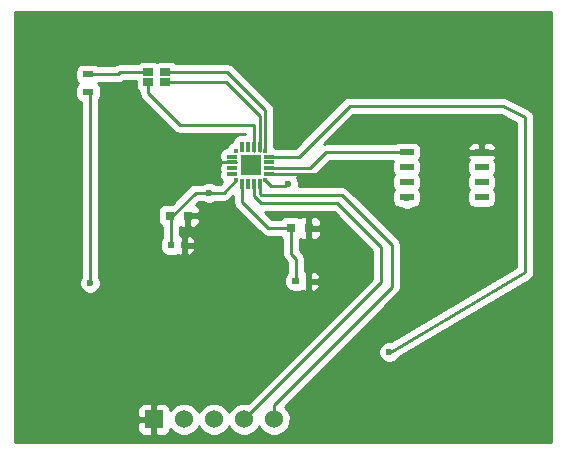
<source format=gtl>
G04 #@! TF.FileFunction,Copper,L1,Top,Signal*
%FSLAX46Y46*%
G04 Gerber Fmt 4.6, Leading zero omitted, Abs format (unit mm)*
G04 Created by KiCad (PCBNEW 4.0.1-3.201512221402+6198~38~ubuntu15.04.1-stable) date Mon 04 Jan 2016 10:21:23 PM EST*
%MOMM*%
G01*
G04 APERTURE LIST*
%ADD10C,0.100000*%
%ADD11R,1.143000X0.508000*%
%ADD12R,0.600000X0.500000*%
%ADD13R,0.800000X0.750000*%
%ADD14R,0.300000X0.300000*%
%ADD15R,0.900000X0.300000*%
%ADD16R,0.300000X0.900000*%
%ADD17R,1.800000X1.800000*%
%ADD18R,0.900000X0.500000*%
%ADD19R,0.850000X0.650000*%
%ADD20R,1.524000X1.524000*%
%ADD21C,1.524000*%
%ADD22C,0.600000*%
%ADD23C,0.250000*%
%ADD24C,0.254000*%
G04 APERTURE END LIST*
D10*
D11*
X189475000Y-92905000D03*
X189475000Y-91635000D03*
X189475000Y-90365000D03*
X189475000Y-89095000D03*
X195825000Y-89095000D03*
X195825000Y-90365000D03*
X195825000Y-91635000D03*
X195825000Y-92905000D03*
D12*
X169550000Y-96950000D03*
X170650000Y-96950000D03*
D13*
X169450000Y-94450000D03*
X170950000Y-94450000D03*
D12*
X181200000Y-100000000D03*
X180100000Y-100000000D03*
D13*
X181200000Y-95500000D03*
X179700000Y-95500000D03*
D14*
X175015001Y-91450000D03*
X175015001Y-88950000D03*
D15*
X174715001Y-89450000D03*
X174715001Y-89950000D03*
X174715001Y-90450000D03*
X174715001Y-90950000D03*
D16*
X175515001Y-91750000D03*
X176015001Y-91750000D03*
X176515001Y-91750000D03*
X177015001Y-91750000D03*
D14*
X177515001Y-91450000D03*
D15*
X177815001Y-90950000D03*
X177815001Y-90450000D03*
X177815001Y-89950000D03*
X177815001Y-89450000D03*
D14*
X177515001Y-88950000D03*
D16*
X177015001Y-88650000D03*
X176515001Y-88650000D03*
X176015001Y-88650000D03*
X175515001Y-88650000D03*
D17*
X176265001Y-90200000D03*
D18*
X162500000Y-82500000D03*
X162500000Y-84000000D03*
D19*
X169050000Y-82300000D03*
X169050000Y-83150000D03*
X167600000Y-83150000D03*
X167600000Y-82300000D03*
D20*
X168080000Y-111700000D03*
D21*
X170620000Y-111700000D03*
X173160000Y-111700000D03*
X175700000Y-111700000D03*
X178240000Y-111700000D03*
D22*
X189500000Y-93000000D03*
X172750000Y-92500000D03*
X189475000Y-90365000D03*
X179400000Y-91750000D03*
X162670000Y-100150000D03*
X180000000Y-100000000D03*
X188000000Y-106000000D03*
X173000000Y-111750000D03*
D23*
X189475000Y-92975000D02*
X189475000Y-92905000D01*
X189475000Y-92975000D02*
X189500000Y-93000000D01*
X172750000Y-92500000D02*
X173965001Y-92500000D01*
X169550000Y-96950000D02*
X169550000Y-94550000D01*
X169550000Y-94550000D02*
X171600000Y-92500000D01*
X171600000Y-92500000D02*
X172750000Y-92500000D01*
X173965001Y-92500000D02*
X175015001Y-91450000D01*
X177515001Y-91450000D02*
X178015001Y-91950000D01*
X179200000Y-91950000D02*
X178015001Y-91950000D01*
X179400000Y-91750000D02*
X179200000Y-91950000D01*
X189475000Y-89095000D02*
X182655000Y-89095000D01*
X181300000Y-90450000D02*
X177515001Y-90450000D01*
X182655000Y-89095000D02*
X181300000Y-90450000D01*
X175015001Y-89950000D02*
X173050000Y-89950000D01*
X177515001Y-90950000D02*
X183000000Y-90950000D01*
X162670000Y-100100000D02*
X162670000Y-100150000D01*
X180100000Y-100000000D02*
X180000000Y-100000000D01*
X162670000Y-100100000D02*
X162670000Y-84170000D01*
X162670000Y-84170000D02*
X162500000Y-84000000D01*
X179700000Y-95500000D02*
X177750000Y-95500000D01*
X175515001Y-93265001D02*
X175515001Y-91450000D01*
X177750000Y-95500000D02*
X175515001Y-93265001D01*
X180100000Y-100000000D02*
X180100000Y-98100000D01*
X179700000Y-97700000D02*
X179700000Y-95500000D01*
X180100000Y-98100000D02*
X179700000Y-97700000D01*
X176515001Y-91450000D02*
X176515001Y-92815001D01*
X187300000Y-100100000D02*
X175700000Y-111700000D01*
X187300000Y-97100000D02*
X187300000Y-100100000D01*
X183600000Y-93400000D02*
X187300000Y-97100000D01*
X177100000Y-93400000D02*
X183600000Y-93400000D01*
X176515001Y-92815001D02*
X177100000Y-93400000D01*
X178240000Y-111700000D02*
X178240000Y-110460000D01*
X183160000Y-105540000D02*
X188200000Y-100500000D01*
X177015001Y-92615001D02*
X177015001Y-91450000D01*
X177100000Y-92700000D02*
X177015001Y-92615001D01*
X184000000Y-92700000D02*
X177100000Y-92700000D01*
X188200000Y-96900000D02*
X184000000Y-92700000D01*
X188200000Y-100500000D02*
X188200000Y-96900000D01*
X178240000Y-110460000D02*
X183160000Y-105540000D01*
X180350000Y-89450000D02*
X184650000Y-85150000D01*
X184650000Y-85150000D02*
X197600000Y-85150000D01*
X197600000Y-85150000D02*
X199500000Y-86100000D01*
X199500000Y-86100000D02*
X199500000Y-99250000D01*
X199500000Y-99250000D02*
X187950000Y-106050000D01*
X180350000Y-89450000D02*
X177515001Y-89450000D01*
X187953262Y-106050000D02*
X187950000Y-106050000D01*
X188001578Y-106001684D02*
X187953262Y-106050000D01*
X188001578Y-106001578D02*
X188001578Y-106001684D01*
X188000000Y-106000000D02*
X188001578Y-106001578D01*
X169050000Y-82300000D02*
X174300000Y-82300000D01*
X177515001Y-85515001D02*
X177515001Y-88950000D01*
X174300000Y-82300000D02*
X177515001Y-85515001D01*
X169050000Y-83150000D02*
X174150000Y-83150000D01*
X177015001Y-86015001D02*
X177015001Y-88950000D01*
X174150000Y-83150000D02*
X177015001Y-86015001D01*
X167600000Y-83150000D02*
X167600000Y-84100000D01*
X176515001Y-86765001D02*
X176515001Y-88950000D01*
X176500000Y-86750000D02*
X176515001Y-86765001D01*
X170250000Y-86750000D02*
X176500000Y-86750000D01*
X167600000Y-84100000D02*
X170250000Y-86750000D01*
X162500000Y-82500000D02*
X165000000Y-82500000D01*
X165200000Y-82300000D02*
X167600000Y-82300000D01*
X165000000Y-82500000D02*
X165200000Y-82300000D01*
D24*
G36*
X201690000Y-113590000D02*
X156310000Y-113590000D01*
X156310000Y-111985750D01*
X166683000Y-111985750D01*
X166683000Y-112588310D01*
X166779673Y-112821699D01*
X166958302Y-113000327D01*
X167191691Y-113097000D01*
X167794250Y-113097000D01*
X167953000Y-112938250D01*
X167953000Y-111827000D01*
X166841750Y-111827000D01*
X166683000Y-111985750D01*
X156310000Y-111985750D01*
X156310000Y-110811690D01*
X166683000Y-110811690D01*
X166683000Y-111414250D01*
X166841750Y-111573000D01*
X167953000Y-111573000D01*
X167953000Y-110461750D01*
X167794250Y-110303000D01*
X167191691Y-110303000D01*
X166958302Y-110399673D01*
X166779673Y-110578301D01*
X166683000Y-110811690D01*
X156310000Y-110811690D01*
X156310000Y-82250000D01*
X161402560Y-82250000D01*
X161402560Y-82750000D01*
X161446838Y-82985317D01*
X161585910Y-83201441D01*
X161655711Y-83249134D01*
X161598559Y-83285910D01*
X161453569Y-83498110D01*
X161402560Y-83750000D01*
X161402560Y-84250000D01*
X161446838Y-84485317D01*
X161585910Y-84701441D01*
X161798110Y-84846431D01*
X161910000Y-84869089D01*
X161910000Y-99587537D01*
X161877808Y-99619673D01*
X161735162Y-99963201D01*
X161734838Y-100335167D01*
X161876883Y-100678943D01*
X162139673Y-100942192D01*
X162483201Y-101084838D01*
X162855167Y-101085162D01*
X163198943Y-100943117D01*
X163462192Y-100680327D01*
X163604838Y-100336799D01*
X163605162Y-99964833D01*
X163463117Y-99621057D01*
X163430000Y-99587882D01*
X163430000Y-84672292D01*
X163546431Y-84501890D01*
X163597440Y-84250000D01*
X163597440Y-83750000D01*
X163553162Y-83514683D01*
X163414090Y-83298559D01*
X163357657Y-83260000D01*
X165000000Y-83260000D01*
X165290839Y-83202148D01*
X165503579Y-83060000D01*
X166527560Y-83060000D01*
X166527560Y-83475000D01*
X166571838Y-83710317D01*
X166710910Y-83926441D01*
X166840000Y-84014644D01*
X166840000Y-84100000D01*
X166897852Y-84390839D01*
X167062599Y-84637401D01*
X169712599Y-87287401D01*
X169959161Y-87452148D01*
X170250000Y-87510000D01*
X175755001Y-87510000D01*
X175755001Y-87570785D01*
X175665001Y-87552560D01*
X175365001Y-87552560D01*
X175129684Y-87596838D01*
X174913560Y-87735910D01*
X174768570Y-87948110D01*
X174721708Y-88179523D01*
X174629684Y-88196838D01*
X174413560Y-88335910D01*
X174268570Y-88548110D01*
X174246722Y-88655999D01*
X174029684Y-88696838D01*
X173813560Y-88835910D01*
X173668570Y-89048110D01*
X173617561Y-89300000D01*
X173617561Y-89600000D01*
X173630982Y-89671324D01*
X173630001Y-89673691D01*
X173630001Y-89716250D01*
X173641622Y-89727871D01*
X173661839Y-89835317D01*
X173735621Y-89949978D01*
X173668570Y-90048110D01*
X173643921Y-90169830D01*
X173630001Y-90183750D01*
X173630001Y-90226309D01*
X173631669Y-90230335D01*
X173617561Y-90300000D01*
X173617561Y-90600000D01*
X173637068Y-90703671D01*
X173617561Y-90800000D01*
X173617561Y-91100000D01*
X173661839Y-91335317D01*
X173800911Y-91551441D01*
X173823395Y-91566804D01*
X173650199Y-91740000D01*
X173312463Y-91740000D01*
X173280327Y-91707808D01*
X172936799Y-91565162D01*
X172564833Y-91564838D01*
X172221057Y-91706883D01*
X172187882Y-91740000D01*
X171600000Y-91740000D01*
X171309161Y-91797852D01*
X171062599Y-91962599D01*
X169597638Y-93427560D01*
X169050000Y-93427560D01*
X168814683Y-93471838D01*
X168598559Y-93610910D01*
X168453569Y-93823110D01*
X168402560Y-94075000D01*
X168402560Y-94825000D01*
X168446838Y-95060317D01*
X168585910Y-95276441D01*
X168790000Y-95415890D01*
X168790000Y-96248437D01*
X168653569Y-96448110D01*
X168602560Y-96700000D01*
X168602560Y-97200000D01*
X168646838Y-97435317D01*
X168785910Y-97651441D01*
X168998110Y-97796431D01*
X169250000Y-97847440D01*
X169850000Y-97847440D01*
X170085317Y-97803162D01*
X170109406Y-97787661D01*
X170223691Y-97835000D01*
X170364250Y-97835000D01*
X170523000Y-97676250D01*
X170523000Y-97075000D01*
X170777000Y-97075000D01*
X170777000Y-97676250D01*
X170935750Y-97835000D01*
X171076309Y-97835000D01*
X171309698Y-97738327D01*
X171488327Y-97559699D01*
X171585000Y-97326310D01*
X171585000Y-97233750D01*
X171426250Y-97075000D01*
X170777000Y-97075000D01*
X170523000Y-97075000D01*
X170503000Y-97075000D01*
X170503000Y-96825000D01*
X170523000Y-96825000D01*
X170523000Y-96223750D01*
X170777000Y-96223750D01*
X170777000Y-96825000D01*
X171426250Y-96825000D01*
X171585000Y-96666250D01*
X171585000Y-96573690D01*
X171488327Y-96340301D01*
X171309698Y-96161673D01*
X171076309Y-96065000D01*
X170935750Y-96065000D01*
X170777000Y-96223750D01*
X170523000Y-96223750D01*
X170364250Y-96065000D01*
X170310000Y-96065000D01*
X170310000Y-95412908D01*
X170423691Y-95460000D01*
X170664250Y-95460000D01*
X170823000Y-95301250D01*
X170823000Y-94577000D01*
X171077000Y-94577000D01*
X171077000Y-95301250D01*
X171235750Y-95460000D01*
X171476309Y-95460000D01*
X171709698Y-95363327D01*
X171888327Y-95184699D01*
X171985000Y-94951310D01*
X171985000Y-94735750D01*
X171826250Y-94577000D01*
X171077000Y-94577000D01*
X170823000Y-94577000D01*
X170803000Y-94577000D01*
X170803000Y-94371802D01*
X170871802Y-94303000D01*
X171077000Y-94303000D01*
X171077000Y-94323000D01*
X171826250Y-94323000D01*
X171985000Y-94164250D01*
X171985000Y-93948690D01*
X171888327Y-93715301D01*
X171709698Y-93536673D01*
X171659091Y-93515711D01*
X171914802Y-93260000D01*
X172187537Y-93260000D01*
X172219673Y-93292192D01*
X172563201Y-93434838D01*
X172935167Y-93435162D01*
X173278943Y-93293117D01*
X173312118Y-93260000D01*
X173965001Y-93260000D01*
X174255840Y-93202148D01*
X174502402Y-93037401D01*
X174755001Y-92784802D01*
X174755001Y-93265001D01*
X174812853Y-93555840D01*
X174977600Y-93802402D01*
X177212599Y-96037401D01*
X177459161Y-96202148D01*
X177750000Y-96260000D01*
X178793156Y-96260000D01*
X178835910Y-96326441D01*
X178940000Y-96397563D01*
X178940000Y-97700000D01*
X178997852Y-97990839D01*
X179162599Y-98237401D01*
X179340000Y-98414802D01*
X179340000Y-99298437D01*
X179255591Y-99421973D01*
X179207808Y-99469673D01*
X179065162Y-99813201D01*
X179064838Y-100185167D01*
X179206883Y-100528943D01*
X179257609Y-100579757D01*
X179335910Y-100701441D01*
X179548110Y-100846431D01*
X179649970Y-100867058D01*
X179813201Y-100934838D01*
X180185167Y-100935162D01*
X180276461Y-100897440D01*
X180400000Y-100897440D01*
X180635317Y-100853162D01*
X180659406Y-100837661D01*
X180773691Y-100885000D01*
X180914250Y-100885000D01*
X181073000Y-100726250D01*
X181073000Y-100125000D01*
X181327000Y-100125000D01*
X181327000Y-100726250D01*
X181485750Y-100885000D01*
X181626309Y-100885000D01*
X181859698Y-100788327D01*
X182038327Y-100609699D01*
X182135000Y-100376310D01*
X182135000Y-100283750D01*
X181976250Y-100125000D01*
X181327000Y-100125000D01*
X181073000Y-100125000D01*
X181053000Y-100125000D01*
X181053000Y-99875000D01*
X181073000Y-99875000D01*
X181073000Y-99273750D01*
X181327000Y-99273750D01*
X181327000Y-99875000D01*
X181976250Y-99875000D01*
X182135000Y-99716250D01*
X182135000Y-99623690D01*
X182038327Y-99390301D01*
X181859698Y-99211673D01*
X181626309Y-99115000D01*
X181485750Y-99115000D01*
X181327000Y-99273750D01*
X181073000Y-99273750D01*
X180914250Y-99115000D01*
X180860000Y-99115000D01*
X180860000Y-98100000D01*
X180802148Y-97809161D01*
X180802148Y-97809160D01*
X180637401Y-97562599D01*
X180460000Y-97385198D01*
X180460000Y-96421486D01*
X180673691Y-96510000D01*
X180914250Y-96510000D01*
X181073000Y-96351250D01*
X181073000Y-95627000D01*
X181327000Y-95627000D01*
X181327000Y-96351250D01*
X181485750Y-96510000D01*
X181726309Y-96510000D01*
X181959698Y-96413327D01*
X182138327Y-96234699D01*
X182235000Y-96001310D01*
X182235000Y-95785750D01*
X182076250Y-95627000D01*
X181327000Y-95627000D01*
X181073000Y-95627000D01*
X181053000Y-95627000D01*
X181053000Y-95373000D01*
X181073000Y-95373000D01*
X181073000Y-94648750D01*
X181327000Y-94648750D01*
X181327000Y-95373000D01*
X182076250Y-95373000D01*
X182235000Y-95214250D01*
X182235000Y-94998690D01*
X182138327Y-94765301D01*
X181959698Y-94586673D01*
X181726309Y-94490000D01*
X181485750Y-94490000D01*
X181327000Y-94648750D01*
X181073000Y-94648750D01*
X180914250Y-94490000D01*
X180673691Y-94490000D01*
X180440302Y-94586673D01*
X180438932Y-94588043D01*
X180351890Y-94528569D01*
X180100000Y-94477560D01*
X179300000Y-94477560D01*
X179064683Y-94521838D01*
X178848559Y-94660910D01*
X178794519Y-94740000D01*
X178064802Y-94740000D01*
X177484802Y-94160000D01*
X183285198Y-94160000D01*
X186540000Y-97414802D01*
X186540000Y-99785198D01*
X176009381Y-110315817D01*
X175979100Y-110303243D01*
X175423339Y-110302758D01*
X174909697Y-110514990D01*
X174516371Y-110907630D01*
X174430051Y-111115512D01*
X174345010Y-110909697D01*
X173952370Y-110516371D01*
X173439100Y-110303243D01*
X172883339Y-110302758D01*
X172369697Y-110514990D01*
X171976371Y-110907630D01*
X171890051Y-111115512D01*
X171805010Y-110909697D01*
X171412370Y-110516371D01*
X170899100Y-110303243D01*
X170343339Y-110302758D01*
X169829697Y-110514990D01*
X169477000Y-110867072D01*
X169477000Y-110811690D01*
X169380327Y-110578301D01*
X169201698Y-110399673D01*
X168968309Y-110303000D01*
X168365750Y-110303000D01*
X168207000Y-110461750D01*
X168207000Y-111573000D01*
X168227000Y-111573000D01*
X168227000Y-111827000D01*
X168207000Y-111827000D01*
X168207000Y-112938250D01*
X168365750Y-113097000D01*
X168968309Y-113097000D01*
X169201698Y-113000327D01*
X169380327Y-112821699D01*
X169477000Y-112588310D01*
X169477000Y-112532386D01*
X169827630Y-112883629D01*
X170340900Y-113096757D01*
X170896661Y-113097242D01*
X171410303Y-112885010D01*
X171803629Y-112492370D01*
X171889949Y-112284488D01*
X171974990Y-112490303D01*
X172367630Y-112883629D01*
X172880900Y-113096757D01*
X173436661Y-113097242D01*
X173950303Y-112885010D01*
X174343629Y-112492370D01*
X174429949Y-112284488D01*
X174514990Y-112490303D01*
X174907630Y-112883629D01*
X175420900Y-113096757D01*
X175976661Y-113097242D01*
X176490303Y-112885010D01*
X176883629Y-112492370D01*
X176969949Y-112284488D01*
X177054990Y-112490303D01*
X177447630Y-112883629D01*
X177960900Y-113096757D01*
X178516661Y-113097242D01*
X179030303Y-112885010D01*
X179423629Y-112492370D01*
X179636757Y-111979100D01*
X179637242Y-111423339D01*
X179425010Y-110909697D01*
X179145302Y-110629500D01*
X188737401Y-101037401D01*
X188902148Y-100790840D01*
X188960000Y-100500000D01*
X188960000Y-96900000D01*
X188902148Y-96609161D01*
X188737401Y-96362599D01*
X184537401Y-92162599D01*
X184290839Y-91997852D01*
X184000000Y-91940000D01*
X180333509Y-91940000D01*
X180334838Y-91936799D01*
X180335162Y-91564833D01*
X180193117Y-91221057D01*
X180182079Y-91210000D01*
X181300000Y-91210000D01*
X181590839Y-91152148D01*
X181837401Y-90987401D01*
X182969802Y-89855000D01*
X188309877Y-89855000D01*
X188307069Y-89859110D01*
X188256060Y-90111000D01*
X188256060Y-90619000D01*
X188300338Y-90854317D01*
X188394666Y-91000907D01*
X188307069Y-91129110D01*
X188256060Y-91381000D01*
X188256060Y-91889000D01*
X188300338Y-92124317D01*
X188394666Y-92270907D01*
X188307069Y-92399110D01*
X188256060Y-92651000D01*
X188256060Y-93159000D01*
X188300338Y-93394317D01*
X188439410Y-93610441D01*
X188651610Y-93755431D01*
X188903500Y-93806440D01*
X189003986Y-93806440D01*
X189313201Y-93934838D01*
X189685167Y-93935162D01*
X189996699Y-93806440D01*
X190046500Y-93806440D01*
X190281817Y-93762162D01*
X190497941Y-93623090D01*
X190642931Y-93410890D01*
X190693940Y-93159000D01*
X190693940Y-92651000D01*
X190649662Y-92415683D01*
X190555334Y-92269093D01*
X190642931Y-92140890D01*
X190693940Y-91889000D01*
X190693940Y-91381000D01*
X190649662Y-91145683D01*
X190555334Y-90999093D01*
X190642931Y-90870890D01*
X190693940Y-90619000D01*
X190693940Y-90111000D01*
X194606060Y-90111000D01*
X194606060Y-90619000D01*
X194650338Y-90854317D01*
X194744666Y-91000907D01*
X194657069Y-91129110D01*
X194606060Y-91381000D01*
X194606060Y-91889000D01*
X194650338Y-92124317D01*
X194744666Y-92270907D01*
X194657069Y-92399110D01*
X194606060Y-92651000D01*
X194606060Y-93159000D01*
X194650338Y-93394317D01*
X194789410Y-93610441D01*
X195001610Y-93755431D01*
X195253500Y-93806440D01*
X196396500Y-93806440D01*
X196631817Y-93762162D01*
X196847941Y-93623090D01*
X196992931Y-93410890D01*
X197043940Y-93159000D01*
X197043940Y-92651000D01*
X196999662Y-92415683D01*
X196905334Y-92269093D01*
X196992931Y-92140890D01*
X197043940Y-91889000D01*
X197043940Y-91381000D01*
X196999662Y-91145683D01*
X196905334Y-90999093D01*
X196992931Y-90870890D01*
X197043940Y-90619000D01*
X197043940Y-90111000D01*
X196999662Y-89875683D01*
X196908896Y-89734629D01*
X196934827Y-89708698D01*
X197031500Y-89475309D01*
X197031500Y-89380750D01*
X196872750Y-89222000D01*
X195952000Y-89222000D01*
X195952000Y-89242000D01*
X195698000Y-89242000D01*
X195698000Y-89222000D01*
X194777250Y-89222000D01*
X194618500Y-89380750D01*
X194618500Y-89475309D01*
X194715173Y-89708698D01*
X194741709Y-89735235D01*
X194657069Y-89859110D01*
X194606060Y-90111000D01*
X190693940Y-90111000D01*
X190649662Y-89875683D01*
X190555334Y-89729093D01*
X190642931Y-89600890D01*
X190693940Y-89349000D01*
X190693940Y-88841000D01*
X190670174Y-88714691D01*
X194618500Y-88714691D01*
X194618500Y-88809250D01*
X194777250Y-88968000D01*
X195698000Y-88968000D01*
X195698000Y-88364750D01*
X195952000Y-88364750D01*
X195952000Y-88968000D01*
X196872750Y-88968000D01*
X197031500Y-88809250D01*
X197031500Y-88714691D01*
X196934827Y-88481302D01*
X196756199Y-88302673D01*
X196522810Y-88206000D01*
X196110750Y-88206000D01*
X195952000Y-88364750D01*
X195698000Y-88364750D01*
X195539250Y-88206000D01*
X195127190Y-88206000D01*
X194893801Y-88302673D01*
X194715173Y-88481302D01*
X194618500Y-88714691D01*
X190670174Y-88714691D01*
X190649662Y-88605683D01*
X190510590Y-88389559D01*
X190298390Y-88244569D01*
X190046500Y-88193560D01*
X188903500Y-88193560D01*
X188668183Y-88237838D01*
X188517189Y-88335000D01*
X182655000Y-88335000D01*
X182511198Y-88363604D01*
X184964802Y-85910000D01*
X197420588Y-85910000D01*
X198740000Y-86569706D01*
X198740000Y-98815512D01*
X188124877Y-105065108D01*
X187814833Y-105064838D01*
X187471057Y-105206883D01*
X187207808Y-105469673D01*
X187065162Y-105813201D01*
X187064838Y-106185167D01*
X187206883Y-106528943D01*
X187469673Y-106792192D01*
X187813201Y-106934838D01*
X188185167Y-106935162D01*
X188528943Y-106793117D01*
X188792192Y-106530327D01*
X188843980Y-106405608D01*
X199885583Y-99904924D01*
X199957390Y-99840863D01*
X200037401Y-99787401D01*
X200067045Y-99743035D01*
X200106860Y-99707515D01*
X200148686Y-99620850D01*
X200202148Y-99540839D01*
X200212557Y-99488509D01*
X200235750Y-99440453D01*
X200241227Y-99344378D01*
X200260000Y-99250000D01*
X200260000Y-86100000D01*
X200236235Y-85980526D01*
X200220999Y-85859667D01*
X200207475Y-85835943D01*
X200202148Y-85809161D01*
X200134473Y-85707878D01*
X200074145Y-85602047D01*
X200052572Y-85585304D01*
X200037401Y-85562599D01*
X199936118Y-85494924D01*
X199839883Y-85420236D01*
X197939882Y-84470235D01*
X197913543Y-84463022D01*
X197890839Y-84447852D01*
X197771363Y-84424087D01*
X197653876Y-84391913D01*
X197626786Y-84395328D01*
X197600000Y-84390000D01*
X184650000Y-84390000D01*
X184359160Y-84447852D01*
X184112599Y-84612599D01*
X180035198Y-88690000D01*
X178449885Y-88690000D01*
X178285478Y-88656707D01*
X178275001Y-88601024D01*
X178275001Y-85515001D01*
X178217149Y-85224162D01*
X178052402Y-84977600D01*
X174837401Y-81762599D01*
X174590839Y-81597852D01*
X174300000Y-81540000D01*
X169949669Y-81540000D01*
X169939090Y-81523559D01*
X169726890Y-81378569D01*
X169475000Y-81327560D01*
X168625000Y-81327560D01*
X168389683Y-81371838D01*
X168326522Y-81412481D01*
X168276890Y-81378569D01*
X168025000Y-81327560D01*
X167175000Y-81327560D01*
X166939683Y-81371838D01*
X166723559Y-81510910D01*
X166703683Y-81540000D01*
X165200000Y-81540000D01*
X164909161Y-81597852D01*
X164696421Y-81740000D01*
X163328386Y-81740000D01*
X163201890Y-81653569D01*
X162950000Y-81602560D01*
X162050000Y-81602560D01*
X161814683Y-81646838D01*
X161598559Y-81785910D01*
X161453569Y-81998110D01*
X161402560Y-82250000D01*
X156310000Y-82250000D01*
X156310000Y-77210000D01*
X201690000Y-77210000D01*
X201690000Y-113590000D01*
X201690000Y-113590000D01*
G37*
X201690000Y-113590000D02*
X156310000Y-113590000D01*
X156310000Y-111985750D01*
X166683000Y-111985750D01*
X166683000Y-112588310D01*
X166779673Y-112821699D01*
X166958302Y-113000327D01*
X167191691Y-113097000D01*
X167794250Y-113097000D01*
X167953000Y-112938250D01*
X167953000Y-111827000D01*
X166841750Y-111827000D01*
X166683000Y-111985750D01*
X156310000Y-111985750D01*
X156310000Y-110811690D01*
X166683000Y-110811690D01*
X166683000Y-111414250D01*
X166841750Y-111573000D01*
X167953000Y-111573000D01*
X167953000Y-110461750D01*
X167794250Y-110303000D01*
X167191691Y-110303000D01*
X166958302Y-110399673D01*
X166779673Y-110578301D01*
X166683000Y-110811690D01*
X156310000Y-110811690D01*
X156310000Y-82250000D01*
X161402560Y-82250000D01*
X161402560Y-82750000D01*
X161446838Y-82985317D01*
X161585910Y-83201441D01*
X161655711Y-83249134D01*
X161598559Y-83285910D01*
X161453569Y-83498110D01*
X161402560Y-83750000D01*
X161402560Y-84250000D01*
X161446838Y-84485317D01*
X161585910Y-84701441D01*
X161798110Y-84846431D01*
X161910000Y-84869089D01*
X161910000Y-99587537D01*
X161877808Y-99619673D01*
X161735162Y-99963201D01*
X161734838Y-100335167D01*
X161876883Y-100678943D01*
X162139673Y-100942192D01*
X162483201Y-101084838D01*
X162855167Y-101085162D01*
X163198943Y-100943117D01*
X163462192Y-100680327D01*
X163604838Y-100336799D01*
X163605162Y-99964833D01*
X163463117Y-99621057D01*
X163430000Y-99587882D01*
X163430000Y-84672292D01*
X163546431Y-84501890D01*
X163597440Y-84250000D01*
X163597440Y-83750000D01*
X163553162Y-83514683D01*
X163414090Y-83298559D01*
X163357657Y-83260000D01*
X165000000Y-83260000D01*
X165290839Y-83202148D01*
X165503579Y-83060000D01*
X166527560Y-83060000D01*
X166527560Y-83475000D01*
X166571838Y-83710317D01*
X166710910Y-83926441D01*
X166840000Y-84014644D01*
X166840000Y-84100000D01*
X166897852Y-84390839D01*
X167062599Y-84637401D01*
X169712599Y-87287401D01*
X169959161Y-87452148D01*
X170250000Y-87510000D01*
X175755001Y-87510000D01*
X175755001Y-87570785D01*
X175665001Y-87552560D01*
X175365001Y-87552560D01*
X175129684Y-87596838D01*
X174913560Y-87735910D01*
X174768570Y-87948110D01*
X174721708Y-88179523D01*
X174629684Y-88196838D01*
X174413560Y-88335910D01*
X174268570Y-88548110D01*
X174246722Y-88655999D01*
X174029684Y-88696838D01*
X173813560Y-88835910D01*
X173668570Y-89048110D01*
X173617561Y-89300000D01*
X173617561Y-89600000D01*
X173630982Y-89671324D01*
X173630001Y-89673691D01*
X173630001Y-89716250D01*
X173641622Y-89727871D01*
X173661839Y-89835317D01*
X173735621Y-89949978D01*
X173668570Y-90048110D01*
X173643921Y-90169830D01*
X173630001Y-90183750D01*
X173630001Y-90226309D01*
X173631669Y-90230335D01*
X173617561Y-90300000D01*
X173617561Y-90600000D01*
X173637068Y-90703671D01*
X173617561Y-90800000D01*
X173617561Y-91100000D01*
X173661839Y-91335317D01*
X173800911Y-91551441D01*
X173823395Y-91566804D01*
X173650199Y-91740000D01*
X173312463Y-91740000D01*
X173280327Y-91707808D01*
X172936799Y-91565162D01*
X172564833Y-91564838D01*
X172221057Y-91706883D01*
X172187882Y-91740000D01*
X171600000Y-91740000D01*
X171309161Y-91797852D01*
X171062599Y-91962599D01*
X169597638Y-93427560D01*
X169050000Y-93427560D01*
X168814683Y-93471838D01*
X168598559Y-93610910D01*
X168453569Y-93823110D01*
X168402560Y-94075000D01*
X168402560Y-94825000D01*
X168446838Y-95060317D01*
X168585910Y-95276441D01*
X168790000Y-95415890D01*
X168790000Y-96248437D01*
X168653569Y-96448110D01*
X168602560Y-96700000D01*
X168602560Y-97200000D01*
X168646838Y-97435317D01*
X168785910Y-97651441D01*
X168998110Y-97796431D01*
X169250000Y-97847440D01*
X169850000Y-97847440D01*
X170085317Y-97803162D01*
X170109406Y-97787661D01*
X170223691Y-97835000D01*
X170364250Y-97835000D01*
X170523000Y-97676250D01*
X170523000Y-97075000D01*
X170777000Y-97075000D01*
X170777000Y-97676250D01*
X170935750Y-97835000D01*
X171076309Y-97835000D01*
X171309698Y-97738327D01*
X171488327Y-97559699D01*
X171585000Y-97326310D01*
X171585000Y-97233750D01*
X171426250Y-97075000D01*
X170777000Y-97075000D01*
X170523000Y-97075000D01*
X170503000Y-97075000D01*
X170503000Y-96825000D01*
X170523000Y-96825000D01*
X170523000Y-96223750D01*
X170777000Y-96223750D01*
X170777000Y-96825000D01*
X171426250Y-96825000D01*
X171585000Y-96666250D01*
X171585000Y-96573690D01*
X171488327Y-96340301D01*
X171309698Y-96161673D01*
X171076309Y-96065000D01*
X170935750Y-96065000D01*
X170777000Y-96223750D01*
X170523000Y-96223750D01*
X170364250Y-96065000D01*
X170310000Y-96065000D01*
X170310000Y-95412908D01*
X170423691Y-95460000D01*
X170664250Y-95460000D01*
X170823000Y-95301250D01*
X170823000Y-94577000D01*
X171077000Y-94577000D01*
X171077000Y-95301250D01*
X171235750Y-95460000D01*
X171476309Y-95460000D01*
X171709698Y-95363327D01*
X171888327Y-95184699D01*
X171985000Y-94951310D01*
X171985000Y-94735750D01*
X171826250Y-94577000D01*
X171077000Y-94577000D01*
X170823000Y-94577000D01*
X170803000Y-94577000D01*
X170803000Y-94371802D01*
X170871802Y-94303000D01*
X171077000Y-94303000D01*
X171077000Y-94323000D01*
X171826250Y-94323000D01*
X171985000Y-94164250D01*
X171985000Y-93948690D01*
X171888327Y-93715301D01*
X171709698Y-93536673D01*
X171659091Y-93515711D01*
X171914802Y-93260000D01*
X172187537Y-93260000D01*
X172219673Y-93292192D01*
X172563201Y-93434838D01*
X172935167Y-93435162D01*
X173278943Y-93293117D01*
X173312118Y-93260000D01*
X173965001Y-93260000D01*
X174255840Y-93202148D01*
X174502402Y-93037401D01*
X174755001Y-92784802D01*
X174755001Y-93265001D01*
X174812853Y-93555840D01*
X174977600Y-93802402D01*
X177212599Y-96037401D01*
X177459161Y-96202148D01*
X177750000Y-96260000D01*
X178793156Y-96260000D01*
X178835910Y-96326441D01*
X178940000Y-96397563D01*
X178940000Y-97700000D01*
X178997852Y-97990839D01*
X179162599Y-98237401D01*
X179340000Y-98414802D01*
X179340000Y-99298437D01*
X179255591Y-99421973D01*
X179207808Y-99469673D01*
X179065162Y-99813201D01*
X179064838Y-100185167D01*
X179206883Y-100528943D01*
X179257609Y-100579757D01*
X179335910Y-100701441D01*
X179548110Y-100846431D01*
X179649970Y-100867058D01*
X179813201Y-100934838D01*
X180185167Y-100935162D01*
X180276461Y-100897440D01*
X180400000Y-100897440D01*
X180635317Y-100853162D01*
X180659406Y-100837661D01*
X180773691Y-100885000D01*
X180914250Y-100885000D01*
X181073000Y-100726250D01*
X181073000Y-100125000D01*
X181327000Y-100125000D01*
X181327000Y-100726250D01*
X181485750Y-100885000D01*
X181626309Y-100885000D01*
X181859698Y-100788327D01*
X182038327Y-100609699D01*
X182135000Y-100376310D01*
X182135000Y-100283750D01*
X181976250Y-100125000D01*
X181327000Y-100125000D01*
X181073000Y-100125000D01*
X181053000Y-100125000D01*
X181053000Y-99875000D01*
X181073000Y-99875000D01*
X181073000Y-99273750D01*
X181327000Y-99273750D01*
X181327000Y-99875000D01*
X181976250Y-99875000D01*
X182135000Y-99716250D01*
X182135000Y-99623690D01*
X182038327Y-99390301D01*
X181859698Y-99211673D01*
X181626309Y-99115000D01*
X181485750Y-99115000D01*
X181327000Y-99273750D01*
X181073000Y-99273750D01*
X180914250Y-99115000D01*
X180860000Y-99115000D01*
X180860000Y-98100000D01*
X180802148Y-97809161D01*
X180802148Y-97809160D01*
X180637401Y-97562599D01*
X180460000Y-97385198D01*
X180460000Y-96421486D01*
X180673691Y-96510000D01*
X180914250Y-96510000D01*
X181073000Y-96351250D01*
X181073000Y-95627000D01*
X181327000Y-95627000D01*
X181327000Y-96351250D01*
X181485750Y-96510000D01*
X181726309Y-96510000D01*
X181959698Y-96413327D01*
X182138327Y-96234699D01*
X182235000Y-96001310D01*
X182235000Y-95785750D01*
X182076250Y-95627000D01*
X181327000Y-95627000D01*
X181073000Y-95627000D01*
X181053000Y-95627000D01*
X181053000Y-95373000D01*
X181073000Y-95373000D01*
X181073000Y-94648750D01*
X181327000Y-94648750D01*
X181327000Y-95373000D01*
X182076250Y-95373000D01*
X182235000Y-95214250D01*
X182235000Y-94998690D01*
X182138327Y-94765301D01*
X181959698Y-94586673D01*
X181726309Y-94490000D01*
X181485750Y-94490000D01*
X181327000Y-94648750D01*
X181073000Y-94648750D01*
X180914250Y-94490000D01*
X180673691Y-94490000D01*
X180440302Y-94586673D01*
X180438932Y-94588043D01*
X180351890Y-94528569D01*
X180100000Y-94477560D01*
X179300000Y-94477560D01*
X179064683Y-94521838D01*
X178848559Y-94660910D01*
X178794519Y-94740000D01*
X178064802Y-94740000D01*
X177484802Y-94160000D01*
X183285198Y-94160000D01*
X186540000Y-97414802D01*
X186540000Y-99785198D01*
X176009381Y-110315817D01*
X175979100Y-110303243D01*
X175423339Y-110302758D01*
X174909697Y-110514990D01*
X174516371Y-110907630D01*
X174430051Y-111115512D01*
X174345010Y-110909697D01*
X173952370Y-110516371D01*
X173439100Y-110303243D01*
X172883339Y-110302758D01*
X172369697Y-110514990D01*
X171976371Y-110907630D01*
X171890051Y-111115512D01*
X171805010Y-110909697D01*
X171412370Y-110516371D01*
X170899100Y-110303243D01*
X170343339Y-110302758D01*
X169829697Y-110514990D01*
X169477000Y-110867072D01*
X169477000Y-110811690D01*
X169380327Y-110578301D01*
X169201698Y-110399673D01*
X168968309Y-110303000D01*
X168365750Y-110303000D01*
X168207000Y-110461750D01*
X168207000Y-111573000D01*
X168227000Y-111573000D01*
X168227000Y-111827000D01*
X168207000Y-111827000D01*
X168207000Y-112938250D01*
X168365750Y-113097000D01*
X168968309Y-113097000D01*
X169201698Y-113000327D01*
X169380327Y-112821699D01*
X169477000Y-112588310D01*
X169477000Y-112532386D01*
X169827630Y-112883629D01*
X170340900Y-113096757D01*
X170896661Y-113097242D01*
X171410303Y-112885010D01*
X171803629Y-112492370D01*
X171889949Y-112284488D01*
X171974990Y-112490303D01*
X172367630Y-112883629D01*
X172880900Y-113096757D01*
X173436661Y-113097242D01*
X173950303Y-112885010D01*
X174343629Y-112492370D01*
X174429949Y-112284488D01*
X174514990Y-112490303D01*
X174907630Y-112883629D01*
X175420900Y-113096757D01*
X175976661Y-113097242D01*
X176490303Y-112885010D01*
X176883629Y-112492370D01*
X176969949Y-112284488D01*
X177054990Y-112490303D01*
X177447630Y-112883629D01*
X177960900Y-113096757D01*
X178516661Y-113097242D01*
X179030303Y-112885010D01*
X179423629Y-112492370D01*
X179636757Y-111979100D01*
X179637242Y-111423339D01*
X179425010Y-110909697D01*
X179145302Y-110629500D01*
X188737401Y-101037401D01*
X188902148Y-100790840D01*
X188960000Y-100500000D01*
X188960000Y-96900000D01*
X188902148Y-96609161D01*
X188737401Y-96362599D01*
X184537401Y-92162599D01*
X184290839Y-91997852D01*
X184000000Y-91940000D01*
X180333509Y-91940000D01*
X180334838Y-91936799D01*
X180335162Y-91564833D01*
X180193117Y-91221057D01*
X180182079Y-91210000D01*
X181300000Y-91210000D01*
X181590839Y-91152148D01*
X181837401Y-90987401D01*
X182969802Y-89855000D01*
X188309877Y-89855000D01*
X188307069Y-89859110D01*
X188256060Y-90111000D01*
X188256060Y-90619000D01*
X188300338Y-90854317D01*
X188394666Y-91000907D01*
X188307069Y-91129110D01*
X188256060Y-91381000D01*
X188256060Y-91889000D01*
X188300338Y-92124317D01*
X188394666Y-92270907D01*
X188307069Y-92399110D01*
X188256060Y-92651000D01*
X188256060Y-93159000D01*
X188300338Y-93394317D01*
X188439410Y-93610441D01*
X188651610Y-93755431D01*
X188903500Y-93806440D01*
X189003986Y-93806440D01*
X189313201Y-93934838D01*
X189685167Y-93935162D01*
X189996699Y-93806440D01*
X190046500Y-93806440D01*
X190281817Y-93762162D01*
X190497941Y-93623090D01*
X190642931Y-93410890D01*
X190693940Y-93159000D01*
X190693940Y-92651000D01*
X190649662Y-92415683D01*
X190555334Y-92269093D01*
X190642931Y-92140890D01*
X190693940Y-91889000D01*
X190693940Y-91381000D01*
X190649662Y-91145683D01*
X190555334Y-90999093D01*
X190642931Y-90870890D01*
X190693940Y-90619000D01*
X190693940Y-90111000D01*
X194606060Y-90111000D01*
X194606060Y-90619000D01*
X194650338Y-90854317D01*
X194744666Y-91000907D01*
X194657069Y-91129110D01*
X194606060Y-91381000D01*
X194606060Y-91889000D01*
X194650338Y-92124317D01*
X194744666Y-92270907D01*
X194657069Y-92399110D01*
X194606060Y-92651000D01*
X194606060Y-93159000D01*
X194650338Y-93394317D01*
X194789410Y-93610441D01*
X195001610Y-93755431D01*
X195253500Y-93806440D01*
X196396500Y-93806440D01*
X196631817Y-93762162D01*
X196847941Y-93623090D01*
X196992931Y-93410890D01*
X197043940Y-93159000D01*
X197043940Y-92651000D01*
X196999662Y-92415683D01*
X196905334Y-92269093D01*
X196992931Y-92140890D01*
X197043940Y-91889000D01*
X197043940Y-91381000D01*
X196999662Y-91145683D01*
X196905334Y-90999093D01*
X196992931Y-90870890D01*
X197043940Y-90619000D01*
X197043940Y-90111000D01*
X196999662Y-89875683D01*
X196908896Y-89734629D01*
X196934827Y-89708698D01*
X197031500Y-89475309D01*
X197031500Y-89380750D01*
X196872750Y-89222000D01*
X195952000Y-89222000D01*
X195952000Y-89242000D01*
X195698000Y-89242000D01*
X195698000Y-89222000D01*
X194777250Y-89222000D01*
X194618500Y-89380750D01*
X194618500Y-89475309D01*
X194715173Y-89708698D01*
X194741709Y-89735235D01*
X194657069Y-89859110D01*
X194606060Y-90111000D01*
X190693940Y-90111000D01*
X190649662Y-89875683D01*
X190555334Y-89729093D01*
X190642931Y-89600890D01*
X190693940Y-89349000D01*
X190693940Y-88841000D01*
X190670174Y-88714691D01*
X194618500Y-88714691D01*
X194618500Y-88809250D01*
X194777250Y-88968000D01*
X195698000Y-88968000D01*
X195698000Y-88364750D01*
X195952000Y-88364750D01*
X195952000Y-88968000D01*
X196872750Y-88968000D01*
X197031500Y-88809250D01*
X197031500Y-88714691D01*
X196934827Y-88481302D01*
X196756199Y-88302673D01*
X196522810Y-88206000D01*
X196110750Y-88206000D01*
X195952000Y-88364750D01*
X195698000Y-88364750D01*
X195539250Y-88206000D01*
X195127190Y-88206000D01*
X194893801Y-88302673D01*
X194715173Y-88481302D01*
X194618500Y-88714691D01*
X190670174Y-88714691D01*
X190649662Y-88605683D01*
X190510590Y-88389559D01*
X190298390Y-88244569D01*
X190046500Y-88193560D01*
X188903500Y-88193560D01*
X188668183Y-88237838D01*
X188517189Y-88335000D01*
X182655000Y-88335000D01*
X182511198Y-88363604D01*
X184964802Y-85910000D01*
X197420588Y-85910000D01*
X198740000Y-86569706D01*
X198740000Y-98815512D01*
X188124877Y-105065108D01*
X187814833Y-105064838D01*
X187471057Y-105206883D01*
X187207808Y-105469673D01*
X187065162Y-105813201D01*
X187064838Y-106185167D01*
X187206883Y-106528943D01*
X187469673Y-106792192D01*
X187813201Y-106934838D01*
X188185167Y-106935162D01*
X188528943Y-106793117D01*
X188792192Y-106530327D01*
X188843980Y-106405608D01*
X199885583Y-99904924D01*
X199957390Y-99840863D01*
X200037401Y-99787401D01*
X200067045Y-99743035D01*
X200106860Y-99707515D01*
X200148686Y-99620850D01*
X200202148Y-99540839D01*
X200212557Y-99488509D01*
X200235750Y-99440453D01*
X200241227Y-99344378D01*
X200260000Y-99250000D01*
X200260000Y-86100000D01*
X200236235Y-85980526D01*
X200220999Y-85859667D01*
X200207475Y-85835943D01*
X200202148Y-85809161D01*
X200134473Y-85707878D01*
X200074145Y-85602047D01*
X200052572Y-85585304D01*
X200037401Y-85562599D01*
X199936118Y-85494924D01*
X199839883Y-85420236D01*
X197939882Y-84470235D01*
X197913543Y-84463022D01*
X197890839Y-84447852D01*
X197771363Y-84424087D01*
X197653876Y-84391913D01*
X197626786Y-84395328D01*
X197600000Y-84390000D01*
X184650000Y-84390000D01*
X184359160Y-84447852D01*
X184112599Y-84612599D01*
X180035198Y-88690000D01*
X178449885Y-88690000D01*
X178285478Y-88656707D01*
X178275001Y-88601024D01*
X178275001Y-85515001D01*
X178217149Y-85224162D01*
X178052402Y-84977600D01*
X174837401Y-81762599D01*
X174590839Y-81597852D01*
X174300000Y-81540000D01*
X169949669Y-81540000D01*
X169939090Y-81523559D01*
X169726890Y-81378569D01*
X169475000Y-81327560D01*
X168625000Y-81327560D01*
X168389683Y-81371838D01*
X168326522Y-81412481D01*
X168276890Y-81378569D01*
X168025000Y-81327560D01*
X167175000Y-81327560D01*
X166939683Y-81371838D01*
X166723559Y-81510910D01*
X166703683Y-81540000D01*
X165200000Y-81540000D01*
X164909161Y-81597852D01*
X164696421Y-81740000D01*
X163328386Y-81740000D01*
X163201890Y-81653569D01*
X162950000Y-81602560D01*
X162050000Y-81602560D01*
X161814683Y-81646838D01*
X161598559Y-81785910D01*
X161453569Y-81998110D01*
X161402560Y-82250000D01*
X156310000Y-82250000D01*
X156310000Y-77210000D01*
X201690000Y-77210000D01*
X201690000Y-113590000D01*
M02*

</source>
